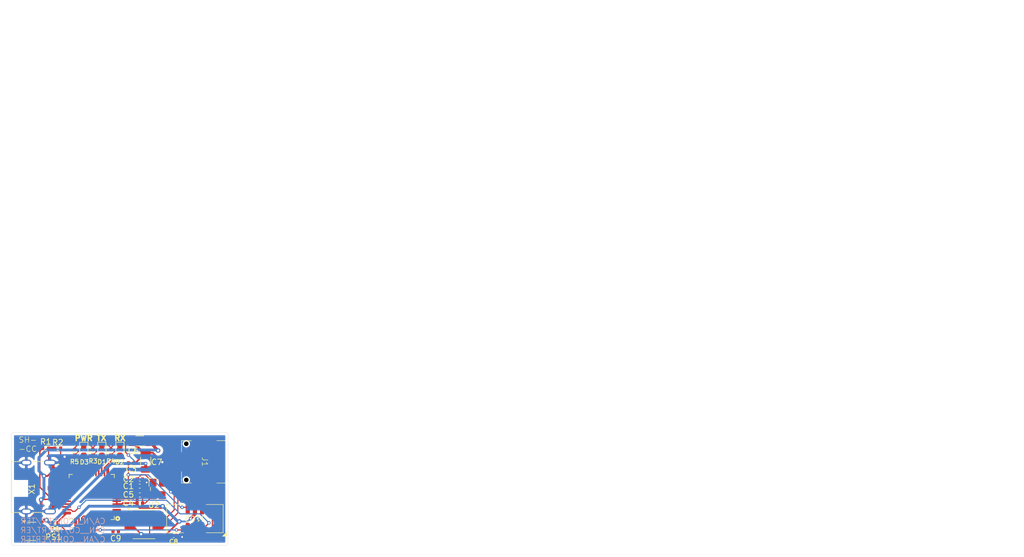
<source format=kicad_pcb>
(kicad_pcb (version 20241229) (generator "pcbnew") (generator_version "9.0")
  (title_block (title "${title}") (date "2022-03-07") (rev "R${release}") (company "${company}") (comment 1 "${release_state}") (comment 2 "${prefix}-P${type_number}-R${release}-B${pcb_variant}-C${pcb_ci}") (comment 3 "hardware/${prefix}-S${type_number}_${short_desciption}"))
  (layers (0 "F.Cu" signal) (2 "B.Cu" signal) (13 "F.Paste" user) (15 "B.Paste" user) (5 "F.SilkS" user "F.Silkscreen") (7 "B.SilkS" user "B.Silkscreen") (1 "F.Mask" user) (3 "B.Mask" user) (25 "Edge.Cuts" user))
  (net 0 "")
  (net 1 "+3V3")
  (net 2 "GND")
  (net 3 "+5V")
  (net 4 "/USB_N")
  (net 5 "/USB_P")
  (net 6 "Net-(D1-A)")
  (net 7 "Net-(D2-A)")
  (net 8 "Net-(D3-A)")
  (net 9 "Net-(X1-CC2)")
  (net 10 "Net-(X1-CC1)")
  (net 11 "/MCU/SWCLK")
  (net 12 "/MCU/SWDIO")
  (net 13 "/MCU/CAN2_TX")
  (net 14 "/CAN Transceiver/CAN1_TX")
  (net 15 "/CAN Transceiver/CAN1_RX")
  (net 16 "/MCU/CAN2_S")
  (net 17 "/MCU/CAN2_RX")
  (net 18 "/CAN Transceiver/CAN1_S")
  (net 21 "/MCU/SWO")
  (net 22 "/MCU/NRST")
  (net 23 "/MCU/LED_TX")
  (net 24 "/MCU/LED_RX")
  (net 25 "Net-(U1F-PF0{slash}OSC_IN)")
  (net 26 "Net-(U1F-PF1{slash}OSC_OUT)")
  (net 41 "/MCU/RX")
  (net 46 "/MCU/TX")
  (net 56 "/CAN Transceiver/CAN1_L")
  (net 57 "/CAN Transceiver/CAN1_H")
  (footprint "Resistor_SMD:R_0402_1005Metric" (layer "F.Cu") (at 109 122.8 180)
    (property "Reference" "R2" (at 0 1.05 180) (layer "F.SilkS"))
    (property "Value" "4K7")
    (fp_line (start -0.153641 0.38) (end 0.153641 0.38) (stroke (width 0.12)) (layer "F.SilkS"))
    (fp_line (start -0.153641 -0.38) (end 0.153641 -0.38) (stroke (width 0.12)) (layer "F.SilkS"))
    (pad "1" smd roundrect (at -0.51 0 180) (size 0.54 0.64) (layers "F.Cu" "F.Mask" "F.Paste") (net 10 "Net-(X1-CC1)"))
    (pad "2" smd roundrect (at 0.51 0 180) (size 0.54 0.64) (layers "F.Cu" "F.Mask" "F.Paste") (net 2 "GND"))
  )
  (footprint "Capacitor_SMD:C_0402_1005Metric" (layer "F.Cu") (at 123.5 128.261227 180)
    (property "Reference" "C2" (at 2 0.011227 180) (layer "F.SilkS"))
    (property "Value" "10p")
    (fp_line (start -0.107836 0.36) (end 0.107836 0.36) (stroke (width 0.12)) (layer "F.SilkS"))
    (fp_line (start -0.107836 -0.36) (end 0.107836 -0.36) (stroke (width 0.12)) (layer "F.SilkS"))
    (pad "1" smd roundrect (at -0.48 0 180) (size 0.56 0.62) (layers "F.Cu" "F.Mask" "F.Paste") (net 2 "GND"))
    (pad "2" smd roundrect (at 0.48 0 180) (size 0.56 0.62) (layers "F.Cu" "F.Mask" "F.Paste") (net 26 "Net-(U1F-PF1{slash}OSC_OUT)"))
  )
  (footprint "Capacitor_SMD:C_0402_1005Metric" (layer "F.Cu") (at 129.5 138.25)
    (property "Reference" "C8" (at 0 1.076835 180) (layer "F.SilkS") (effects (font (size 0.8 0.8))))
    (property "Value" "220n")
    (fp_line (start -0.107836 -0.36) (end 0.107836 -0.36) (stroke (width 0.12)) (layer "F.SilkS"))
    (fp_line (start -0.107836 0.36) (end 0.107836 0.36) (stroke (width 0.12)) (layer "F.SilkS"))
    (pad "1" smd roundrect (at -0.48 0) (size 0.56 0.62) (layers "F.Cu" "F.Mask" "F.Paste") (net 1 "+3V3"))
    (pad "2" smd roundrect (at 0.48 0) (size 0.56 0.62) (layers "F.Cu" "F.Mask" "F.Paste") (net 2 "GND"))
  )
  (footprint "Resistor_SMD:R_0402_1005Metric" (layer "F.Cu") (at 106.85 122.8)
    (property "Reference" "R1" (at 0 -1.17 0) (layer "F.SilkS"))
    (property "Value" "4K7")
    (fp_line (start -0.153641 -0.38) (end 0.153641 -0.38) (stroke (width 0.12)) (layer "F.SilkS"))
    (fp_line (start -0.153641 0.38) (end 0.153641 0.38) (stroke (width 0.12)) (layer "F.SilkS"))
    (pad "1" smd roundrect (at -0.51 0) (size 0.54 0.64) (layers "F.Cu" "F.Mask" "F.Paste") (net 9 "Net-(X1-CC2)"))
    (pad "2" smd roundrect (at 0.51 0) (size 0.54 0.64) (layers "F.Cu" "F.Mask" "F.Paste") (net 2 "GND"))
  )
  (footprint "Bluesat:IDC6" (layer "F.Cu") (at 133.27 135.25 180)
    (property "Reference" "J102" (at 0 0 180) (layer "F.SilkS") (effects (font (thickness 0.1))))
    (property "Value" "IDC6")
    (fp_line (start 5 2.5) (end 2 2.5) (stroke (width 0.1)) (layer "F.SilkS"))
    (fp_line (start 5 -2.5) (end 5 2.5) (stroke (width 0.1)) (layer "F.SilkS"))
    (fp_line (start 5 -2.5) (end 2 -2.5) (stroke (width 0.1)) (layer "F.SilkS"))
    (fp_line (start -5 2.5) (end -2 2.5) (stroke (width 0.1)) (layer "F.SilkS"))
    (fp_line (start -5 -2.5) (end -2 -2.5) (stroke (width 0.1)) (layer "F.SilkS"))
    (fp_line (start -5 -2.5) (end -5 2.5) (stroke (width 0.1)) (layer "F.SilkS"))
    (fp_poly (pts (xy -4.875 -3.125) (xy -5.625 -2.375) (xy -5.625 -3.125)) (stroke (width 0.1)) (fill yes) (layer "F.SilkS"))
    (pad "1" smd roundrect (at -1.27 -2 180) (size 0.74 2.5) (layers "F.Cu" "F.Mask" "F.Paste") (net 12 "/MCU/SWDIO"))
    (pad "2" smd roundrect (at -1.27 2 180) (size 0.74 2.5) (layers "F.Cu" "F.Mask" "F.Paste") (net 11 "/MCU/SWCLK"))
    (pad "3" smd roundrect (at 0 -2 180) (size 0.74 2.5) (layers "F.Cu" "F.Mask" "F.Paste") (net 2 "GND"))
    (pad "4" smd roundrect (at 0 2 180) (size 0.74 2.5) (layers "F.Cu" "F.Mask" "F.Paste") (net 1 "+3V3"))
    (pad "5" smd roundrect (at 1.27 -2 180) (size 0.74 2.5) (layers "F.Cu" "F.Mask" "F.Paste") (net 21 "/MCU/SWO"))
    (pad "6" smd roundrect (at 1.27 2 180) (size 0.74 2.5) (layers "F.Cu" "F.Mask" "F.Paste") (net 22 "/MCU/NRST"))
  )
  (footprint "Package_TO_SOT_SMD:SOT-23-5_HandSoldering" (layer "F.Cu") (at 104.25 137.5)
    (property "Reference" "PS1" (at 4 1 0) (layer "F.SilkS"))
    (property "Value" "RT9013-33GB")
    (fp_line (start -0.9 1.61) (end 0.9 1.61) (stroke (width 0.12)) (layer "F.SilkS"))
    (fp_line (start 0.1 -1.61) (end -0.7 -1.61) (stroke (width 0.12)) (layer "F.SilkS"))
    (fp_line (start 0.1 -1.61) (end 0.9 -1.61) (stroke (width 0.12)) (layer "F.SilkS"))
    (fp_poly (pts (xy -1.2 -1.56) (xy -1.44 -1.89) (xy -0.96 -1.89) (xy -1.2 -1.56)) (stroke (width 0.12)) (fill yes) (layer "F.SilkS"))
    (pad "1" smd roundrect (at -1.35 -0.95) (size 1.56 0.65) (layers "F.Cu" "F.Mask" "F.Paste") (net 3 "+5V"))
    (pad "2" smd roundrect (at -1.35 0) (size 1.56 0.65) (layers "F.Cu" "F.Mask" "F.Paste") (net 2 "GND"))
    (pad "3" smd roundrect (at -1.35 0.95) (size 1.56 0.65) (layers "F.Cu" "F.Mask" "F.Paste") (net 3 "+5V"))
    (pad "4" smd roundrect (at 1.35 0.95) (size 1.56 0.65) (layers "F.Cu" "F.Mask" "F.Paste"))
    (pad "5" smd roundrect (at 1.35 -0.95) (size 1.56 0.65) (layers "F.Cu" "F.Mask" "F.Paste") (net 1 "+3V3"))
  )
  (footprint "Capacitor_SMD:C_0402_1005Metric" (layer "F.Cu") (at 123.52 132.5)
    (property "Reference" "C4" (at -2.02 0 0) (layer "F.SilkS"))
    (property "Value" "220n")
    (fp_line (start -0.107836 -0.36) (end 0.107836 -0.36) (stroke (width 0.12)) (layer "F.SilkS"))
    (fp_line (start -0.107836 0.36) (end 0.107836 0.36) (stroke (width 0.12)) (layer "F.SilkS"))
    (pad "1" smd roundrect (at -0.48 0) (size 0.56 0.62) (layers "F.Cu" "F.Mask" "F.Paste") (net 1 "+3V3"))
    (pad "2" smd roundrect (at 0.48 0) (size 0.56 0.62) (layers "F.Cu" "F.Mask" "F.Paste") (net 2 "GND"))
  )
  (footprint "LED_SMD:LED_0603_1608Metric" (layer "F.Cu") (at 116.8 123.2125 -90)
    (property "Reference" "D1" (at 2.001891 0 0) (layer "F.SilkS") (effects (font (size 0.8 0.8))))
    (property "Value" "XL-1608UGC-04" (hide yes))
    (fp_line (start -1.485 0.735) (end 0.8 0.735) (stroke (width 0.12)) (layer "F.SilkS"))
    (fp_line (start -1.485 -0.735) (end -1.485 0.735) (stroke (width 0.12)) (layer "F.SilkS"))
    (fp_line (start 0.8 -0.735) (end -1.485 -0.735) (stroke (width 0.12)) (layer "F.SilkS"))
    (pad "1" smd roundrect (at -0.7875 0 270) (size 0.875 0.95) (layers "F.Cu" "F.Mask" "F.Paste") (net 6 "Net-(D1-A)"))
    (pad "2" smd roundrect (at 0.7875 0 270) (size 0.875 0.95) (layers "F.Cu" "F.Mask" "F.Paste") (net 23 "/MCU/LED_TX"))
  )
  (footprint "Bluesat:SM02B-PASS" (layer "F.Cu") (at 139.146435 125.2 -90)
    (property "Reference" "J1" (at 0 4.125 270) (layer "F.SilkS") (effects (font (thickness 0.1))))
    (property "Value" "SM02B-PASS")
    (fp_line (start -3.75 8.25) (end -1.75 8.25) (stroke (width 0.1)) (layer "F.SilkS"))
    (fp_line (start 3.75 8.25) (end 1.75 8.25) (stroke (width 0.1)) (layer "F.SilkS"))
    (fp_line (start -3.75 6.5) (end -3.75 8.25) (stroke (width 0.1)) (layer "F.SilkS"))
    (fp_line (start 3.75 6.5) (end 3.75 8.25) (stroke (width 0.1)) (layer "F.SilkS"))
    (fp_line (start -3.75 0.5) (end -3.75 2) (stroke (width 0.1)) (layer "F.SilkS"))
    (fp_line (start 3.75 0.5) (end 3.75 2) (stroke (width 0.1)) (layer "F.SilkS"))
    (pad "" smd rect (at -3.2 4.2 270) (size 1.8 3.8) (layers "F.Cu" "F.Mask" "F.Paste"))
    (pad "" np_thru_hole circle (at -3.2 7.4 270) (size 0.8 0.8) (drill 0.8) (layers "*.Mask"))
    (pad "" smd rect (at 3.2 4.2 270) (size 1.8 3.8) (layers "F.Cu" "F.Mask" "F.Paste"))
    (pad "" np_thru_hole circle (at 3.2 7.4 270) (size 0.8 0.8) (drill 0.8) (layers "*.Mask"))
    (pad "1" smd roundrect (at 1 8.6 270) (size 1 2.7) (layers "F.Cu" "F.Mask" "F.Paste") (net 56 "/CAN Transceiver/CAN1_L"))
    (pad "2" smd roundrect (at -1 8.6 270) (size 1 2.7) (layers "F.Cu" "F.Mask" "F.Paste") (net 57 "/CAN Transceiver/CAN1_H"))
  )
  (footprint "Resistor_SMD:R_0402_1005Metric" (layer "F.Cu") (at 108.5 136 180)
    (property "Reference" "R6" (at 0.011009 -1.075731 180) (layer "F.SilkS") (effects (font (size 0.8 0.8))))
    (property "Value" "10K")
    (fp_line (start -0.153641 0.38) (end 0.153641 0.38) (stroke (width 0.12)) (layer "F.SilkS"))
    (fp_line (start -0.153641 -0.38) (end 0.153641 -0.38) (stroke (width 0.12)) (layer "F.SilkS"))
    (pad "1" smd roundrect (at -0.51 0 180) (size 0.54 0.64) (layers "F.Cu" "F.Mask" "F.Paste") (net 11 "/MCU/SWCLK"))
    (pad "2" smd roundrect (at 0.51 0 180) (size 0.54 0.64) (layers "F.Cu" "F.Mask" "F.Paste") (net 2 "GND"))
  )
  (footprint "Capacitor_SMD:C_1206_3216Metric" (layer "F.Cu") (at 123.5 121.5 180)
    (property "Reference" "C6" (at 1.126307 -1.779985 180) (layer "F.SilkS"))
    (property "Value" "10u")
    (fp_line (start -0.711252 0.91) (end 0.711252 0.91) (stroke (width 0.12)) (layer "F.SilkS"))
    (fp_line (start -0.711252 -0.91) (end 0.711252 -0.91) (stroke (width 0.12)) (layer "F.SilkS"))
    (pad "1" smd roundrect (at -1.475 0 180) (size 1.15 1.8) (layers "F.Cu" "F.Mask" "F.Paste") (roundrect_rratio 0.217391) (net 3 "+5V"))
    (pad "2" smd roundrect (at 1.475 0 180) (size 1.15 1.8) (layers "F.Cu" "F.Mask" "F.Paste") (roundrect_rratio 0.217391) (net 2 "GND"))
  )
  (footprint "Capacitor_SMD:C_0402_1005Metric" (layer "F.Cu") (at 123.5 129.5 180)
    (property "Reference" "C1" (at 2 0 180) (layer "F.SilkS"))
    (property "Value" "10p")
    (fp_line (start -0.107836 0.36) (end 0.107836 0.36) (stroke (width 0.12)) (layer "F.SilkS"))
    (fp_line (start -0.107836 -0.36) (end 0.107836 -0.36) (stroke (width 0.12)) (layer "F.SilkS"))
    (pad "1" smd roundrect (at -0.48 0 180) (size 0.56 0.62) (layers "F.Cu" "F.Mask" "F.Paste") (net 2 "GND"))
    (pad "2" smd roundrect (at 0.48 0 180) (size 0.56 0.62) (layers "F.Cu" "F.Mask" "F.Paste") (net 25 "Net-(U1F-PF0{slash}OSC_IN)"))
  )
  (footprint "QFP:LQFP-48_7mmx7mm_Pitch0.5mm" (layer "F.Cu") (at 115 131.425 90)
    (property "Reference" "U1" (hide yes))
    (property "Value" "STM32G0B1CBT" (hide yes))
    (fp_line (start 4 -4) (end 3.4 -4) (stroke (width 0.12)) (layer "F.SilkS"))
    (fp_line (start -3.4 -4) (end -4 -4) (stroke (width 0.12)) (layer "F.SilkS"))
    (fp_line (start -4 -4) (end -4 -3.4) (stroke (width 0.12)) (layer "F.SilkS"))
    (fp_line (start 4 -3.4) (end 4 -4) (stroke (width 0.12)) (layer "F.SilkS"))
    (fp_line (start -4 3.4) (end -4 4) (stroke (width 0.12)) (layer "F.SilkS"))
    (fp_line (start 4 4) (end 4 3.4) (stroke (width 0.12)) (layer "F.SilkS"))
    (fp_line (start 3.4 4) (end 4 4) (stroke (width 0.12)) (layer "F.SilkS"))
    (fp_line (start -4 4) (end -3.4 4) (stroke (width 0.12)) (layer "F.SilkS"))
    (fp_circle (center -3.8 4.6) (end -3.7 4.7) (stroke (width 0.3)) (fill no) (layer "F.SilkS"))
    (pad "1" smd roundrect (at -2.84 4.425 180) (size 1.5 0.5) (layers "F.Cu" "F.Mask"))
    (pad "2" smd roundrect (at -2.25 4.425 180) (size 1.5 0.28) (layers "F.Cu" "F.Mask"))
    (pad "3" smd roundrect (at -1.75 4.425 180) (size 1.5 0.28) (layers "F.Cu" "F.Mask"))
    (pad "4" smd roundrect (at -1.25 4.425 180) (size 1.5 0.28) (layers "F.Cu" "F.Mask") (net 1 "+3V3"))
    (pad "5" smd roundrect (at -0.75 4.425 180) (size 1.5 0.28) (layers "F.Cu" "F.Mask") (net 1 "+3V3"))
    (pad "6" smd roundrect (at -0.25 4.425 180) (size 1.5 0.28) (layers "F.Cu" "F.Mask") (net 1 "+3V3"))
    (pad "7" smd roundrect (at 0.25 4.425 180) (size 1.5 0.28) (layers "F.Cu" "F.Mask") (net 2 "GND"))
    (pad "8" smd roundrect (at 0.75 4.425 180) (size 1.5 0.28) (layers "F.Cu" "F.Mask") (net 25 "Net-(U1F-PF0{slash}OSC_IN)"))
    (pad "9" smd roundrect (at 1.25 4.425 180) (size 1.5 0.28) (layers "F.Cu" "F.Mask") (net 26 "Net-(U1F-PF1{slash}OSC_OUT)"))
    (pad "10" smd roundrect (at 1.75 4.425 180) (size 1.5 0.28) (layers "F.Cu" "F.Mask") (net 22 "/MCU/NRST"))
    (pad "11" smd roundrect (at 2.25 4.425 180) (size 1.5 0.28) (layers "F.Cu" "F.Mask"))
    (pad "12" smd roundrect (at 2.84 4.425 180) (size 1.5 0.5) (layers "F.Cu" "F.Mask"))
    (pad "13" smd roundrect (at 4.425 2.84 270) (size 1.5 0.5) (layers "F.Cu" "F.Mask"))
    (pad "14" smd roundrect (at 4.425 2.25 270) (size 1.5 0.28) (layers "F.Cu" "F.Mask") (net 24 "/MCU/LED_RX"))
    (pad "15" smd roundrect (at 4.425 1.75 270) (size 1.5 0.28) (layers "F.Cu" "F.Mask") (net 23 "/MCU/LED_TX"))
    (pad "16" smd roundrect (at 4.425 1.25 270) (size 1.5 0.28) (layers "F.Cu" "F.Mask"))
    (pad "17" smd roundrect (at 4.425 0.75 270) (size 1.5 0.28) (layers "F.Cu" "F.Mask"))
    (pad "18" smd roundrect (at 4.425 0.25 270) (size 1.5 0.28) (layers "F.Cu" "F.Mask"))
    (pad "19" smd roundrect (at 4.425 -0.25 270) (size 1.5 0.28) (layers "F.Cu" "F.Mask") (net 17 "/MCU/CAN2_RX"))
    (pad "20" smd roundrect (at 4.425 -0.75 270) (size 1.5 0.28) (layers "F.Cu" "F.Mask") (net 13 "/MCU/CAN2_TX"))
    (pad "21" smd roundrect (at 4.425 -1.25 270) (size 1.5 0.28) (layers "F.Cu" "F.Mask") (net 16 "/MCU/CAN2_S"))
    (pad "22" smd roundrect (at 4.425 -1.75 270) (size 1.5 0.28) (layers "F.Cu" "F.Mask"))
    (pad "23" smd roundrect (at 4.425 -2.25 270) (size 1.5 0.28) (layers "F.Cu" "F.Mask"))
    (pad "24" smd roundrect (at 4.425 -2.84 270) (size 1.5 0.5) (layers "F.Cu" "F.Mask"))
    (pad "25" smd roundrect (at 2.84 -4.425) (size 1.5 0.5) (layers "F.Cu" "F.Mask"))
    (pad "26" smd roundrect (at 2.25 -4.425) (size 1.5 0.28) (layers "F.Cu" "F.Mask"))
    (pad "27" smd roundrect (at 1.75 -4.425) (size 1.5 0.28) (layers "F.Cu" "F.Mask"))
    (pad "28" smd roundrect (at 1.25 -4.425) (size 1.5 0.28) (layers "F.Cu" "F.Mask"))
    (pad "29" smd roundrect (at 0.75 -4.425) (size 1.5 0.28) (layers "F.Cu" "F.Mask") (net 46 "/MCU/TX"))
    (pad "30" smd roundrect (at 0.25 -4.425) (size 1.5 0.28) (layers "F.Cu" "F.Mask"))
    (pad "31" smd roundrect (at -0.25 -4.425) (size 1.5 0.28) (layers "F.Cu" "F.Mask"))
    (pad "32" smd roundrect (at -0.75 -4.425) (size 1.5 0.28) (layers "F.Cu" "F.Mask") (net 41 "/MCU/RX"))
    (pad "33" smd roundrect (at -1.25 -4.425) (size 1.5 0.28) (layers "F.Cu" "F.Mask") (net 4 "/USB_N"))
    (pad "34" smd roundrect (at -1.75 -4.425) (size 1.5 0.28) (layers "F.Cu" "F.Mask") (net 5 "/USB_P"))
    (pad "35" smd roundrect (at -2.25 -4.425) (size 1.5 0.28) (layers "F.Cu" "F.Mask") (net 12 "/MCU/SWDIO"))
    (pad "36" smd roundrect (at -2.84 -4.425) (size 1.5 0.5) (layers "F.Cu" "F.Mask") (net 11 "/MCU/SWCLK"))
    (pad "37" smd roundrect (at -4.425 -2.84 90) (size 1.5 0.5) (layers "F.Cu" "F.Mask") (net 18 "/CAN Transceiver/CAN1_S"))
    (pad "38" smd roundrect (at -4.425 -2.25 90) (size 1.5 0.28) (layers "F.Cu" "F.Mask") (net 15 "/CAN Transceiver/CAN1_RX"))
    (pad "39" smd roundrect (at -4.425 -1.75 90) (size 1.5 0.28) (layers "F.Cu" "F.Mask") (net 14 "/CAN Transceiver/CAN1_TX"))
    (pad "40" smd roundrect (at -4.425 -1.25 90) (size 1.5 0.28) (layers "F.Cu" "F.Mask"))
    (pad "41" smd roundrect (at -4.425 -0.75 90) (size 1.5 0.28) (layers "F.Cu" "F.Mask"))
    (pad "42" smd roundrect (at -4.425 -0.25 90) (size 1.5 0.28) (layers "F.Cu" "F.Mask") (net 21 "/MCU/SWO"))
    (pad "43" smd roundrect (at -4.425 0.25 90) (size 1.5 0.28) (layers "F.Cu" "F.Mask"))
    (pad "44" smd roundrect (at -4.425 0.75 90) (size 1.5 0.28) (layers "F.Cu" "F.Mask"))
    (pad "45" smd roundrect (at -4.425 1.25 90) (size 1.5 0.28) (layers "F.Cu" "F.Mask"))
    (pad "46" smd roundrect (at -4.425 1.75 90) (size 1.5 0.28) (layers "F.Cu" "F.Mask"))
    (pad "47" smd roundrect (at -4.425 2.25 90) (size 1.5 0.28) (layers "F.Cu" "F.Mask"))
    (pad "48" smd roundrect (at -4.425 2.84 90) (size 1.5 0.5) (layers "F.Cu" "F.Mask"))
  )
  (footprint "Capacitor_SMD:C_0402_1005Metric" (layer "F.Cu") (at 123.52 131.05)
    (property "Reference" "C5" (at -2.02 -0.05 0) (layer "F.SilkS"))
    (property "Value" "220n")
    (fp_line (start -0.107836 -0.36) (end 0.107836 -0.36) (stroke (width 0.12)) (layer "F.SilkS"))
    (fp_line (start -0.107836 0.36) (end 0.107836 0.36) (stroke (width 0.12)) (layer "F.SilkS"))
    (pad "1" smd roundrect (at -0.48 0) (size 0.56 0.62) (layers "F.Cu" "F.Mask" "F.Paste") (net 1 "+3V3"))
    (pad "2" smd roundrect (at 0.48 0) (size 0.56 0.62) (layers "F.Cu" "F.Mask" "F.Paste") (net 2 "GND"))
  )
  (footprint "Socket_GCT:USB4105_pasteInHole" (layer "F.Cu") (at 107.105 129.65 -90)
    (property "Reference" "X1" (at 0.35 2.705 90) (layer "F.SilkS"))
    (property "Value" "629722000214_pasteInHole" (hide yes))
    (fp_line (start -4.5 6.3) (end -4.5 4.8) (stroke (width 0.12)) (layer "F.SilkS"))
    (fp_line (start 4.5 6.3) (end -4.5 6.3) (stroke (width 0.12)) (layer "F.SilkS"))
    (fp_line (start 4.5 4.8) (end 4.5 6.3) (stroke (width 0.12)) (layer "F.SilkS"))
    (fp_line (start -4.5 2.6) (end -4.5 0.7) (stroke (width 0.12)) (layer "F.SilkS"))
    (fp_line (start 4.5 0.7) (end 4.5 2.6) (stroke (width 0.12)) (layer "F.SilkS"))
    (fp_circle (center -4 -2) (end -3.9 -2) (stroke (width 0.12)) (fill no) (layer "F.SilkS"))
    (pad "" np_thru_hole circle (at -2.89 0 270) (size 0.65 0.65) (drill 0.65) (layers "*.Cu" "*.Mask"))
    (pad "" np_thru_hole circle (at 2.89 0 270) (size 0.65 0.65) (drill 0.65) (layers "*.Cu" "*.Mask"))
    (pad "A1" smd roundrect (at -3.2 -1.075 270) (size 0.6 1.15) (layers "F.Cu" "F.Mask" "F.Paste") (net 2 "GND"))
    (pad "A4" smd roundrect (at -2.4 -1.075 270) (size 0.6 1.15) (layers "F.Cu" "F.Mask" "F.Paste") (net 3 "+5V"))
    (pad "A5" smd roundrect (at -1.25 -1.075 270) (size 0.3 1.15) (layers "F.Cu" "F.Mask" "F.Paste") (net 10 "Net-(X1-CC1)"))
    (pad "A6" smd roundrect (at -0.25 -1.075 270) (size 0.3 1.15) (layers "F.Cu" "F.Mask" "F.Paste") (net 5 "/USB_P"))
    (pad "A7" smd roundrect (at 0.25 -1.075 270) (size 0.3 1.15) (layers "F.Cu" "F.Mask" "F.Paste") (net 4 "/USB_N"))
    (pad "A8" smd roundrect (at 1.25 -1.075 270) (size 0.3 1.15) (layers "F.Cu" "F.Mask" "F.Paste"))
    (pad "B1" smd roundrect (at 3.2 -1.075 270) (size 0.6 1.15) (layers "F.Cu" "F.Mask" "F.Paste") (net 2 "GND"))
    (pad "B4" smd roundrect (at 2.4 -1.075 270) (size 0.6 1.15) (layers "F.Cu" "F.Mask" "F.Paste") (net 3 "+5V"))
    (pad "B5" smd roundrect (at 1.75 -1.075 270) (size 0.3 1.15) (layers "F.Cu" "F.Mask" "F.Paste") (net 9 "Net-(X1-CC2)"))
    (pad "B6" smd roundrect (at 0.75 -1.075 270) (size 0.3 1.15) (layers "F.Cu" "F.Mask" "F.Paste") (net 5 "/USB_P"))
    (pad "B7" smd roundrect (at -0.75 -1.075 270) (size 0.3 1.15) (layers "F.Cu" "F.Mask" "F.Paste") (net 4 "/USB_N"))
    (pad "B8" smd roundrect (at -1.75 -1.075 270) (size 0.3 1.15) (layers "F.Cu" "F.Mask" "F.Paste"))
    (pad "SH" thru_hole oval (at -4.32 -0.5 270) (size 1 2.1) (drill oval 0.6 1.7) (layers "*.Cu" "*.Mask") (net 2 "GND"))
    (pad "SH" thru_hole oval (at -4.32 3.68 270) (size 1 1.8) (drill oval 0.6 1.4) (layers "*.Cu" "*.Mask") (net 2 "GND"))
    (pad "SH" thru_hole oval (at 4.32 -0.5 270) (size 1 2.1) (drill oval 0.6 1.7) (layers "*.Cu" "*.Mask") (net 2 "GND"))
    (pad "SH" thru_hole oval (at 4.32 3.68 270) (size 1 1.8) (drill oval 0.6 1.4) (layers "*.Cu" "*.Mask") (net 2 "GND"))
  )
  (footprint "Capacitor_SMD:C_0402_1005Metric" (layer "F.Cu") (at 121.98 125.4)
    (property "Reference" "C3" (at 0 1.1 180) (layer "F.SilkS"))
    (property "Value" "100n")
    (fp_line (start -0.107836 -0.36) (end 0.107836 -0.36) (stroke (width 0.12)) (layer "F.SilkS"))
    (fp_line (start -0.107836 0.36) (end 0.107836 0.36) (stroke (width 0.12)) (layer "F.SilkS"))
    (pad "1" smd roundrect (at -0.48 0) (size 0.56 0.62) (layers "F.Cu" "F.Mask" "F.Paste") (net 22 "/MCU/NRST"))
    (pad "2" smd roundrect (at 0.48 0) (size 0.56 0.62) (layers "F.Cu" "F.Mask" "F.Paste") (net 2 "GND"))
  )
  (footprint "crystal:Crystal_4Pin_SMD_3.2mmx2.5mm" (layer "F.Cu") (at 126.691015 129.999 -90)
    (property "Reference" "Y1" (hide yes))
    (property "Value" "830108313809" (hide yes))
    (fp_line (start -1.95 1.55) (end -0.45 1.55) (stroke (width 0.12)) (layer "F.SilkS"))
    (fp_line (start -1.95 1.55) (end -1.95 0.3) (stroke (width 0.12)) (layer "F.SilkS"))
    (fp_line (start -0.3 1.3) (end 0.3 1.3) (stroke (width 0.12)) (layer "F.SilkS"))
    (fp_line (start -1.7 0.1) (end -1.7 -0.1) (stroke (width 0.12)) (layer "F.SilkS"))
    (fp_line (start 1.7 0.1) (end 1.7 -0.1) (stroke (width 0.12)) (layer "F.SilkS"))
    (fp_line (start -0.3 -1.3) (end 0.3 -1.3) (stroke (width 0.12)) (layer "F.SilkS"))
    (pad "1" smd roundrect (at -1.1 0.8 270) (size 1.4 1.15) (layers "F.Cu" "F.Mask" "F.Paste") (roundrect_rratio 0.1) (net 26 "Net-(U1F-PF1{slash}OSC_OUT)"))
    (pad "2" smd roundrect (at 1.1 0.8 270) (size 1.4 1.15) (layers "F.Cu" "F.Mask" "F.Paste") (roundrect_rratio 0.1) (net 2 "GND"))
    (pad "3" smd roundrect (at 1.1 -0.8 270) (size 1.4 1.15) (layers "F.Cu" "F.Mask" "F.Paste") (roundrect_rratio 0.1) (net 25 "Net-(U1F-PF0{slash}OSC_IN)"))
    (pad "4" smd roundrect (at -1.1 -0.8 270) (size 1.4 1.15) (layers "F.Cu" "F.Mask" "F.Paste") (roundrect_rratio 0.1) (net 2 "GND"))
  )
  (footprint "Resistor_SMD:R_0402_1005Metric" (layer "F.Cu") (at 115.2 123.49 -90)
    (property "Reference" "R3" (at 1.57952 -0.043163 0) (layer "F.SilkS") (effects (font (size 0.8 0.8))))
    (property "Value" "1K")
    (fp_line (start -0.153641 0.38) (end 0.153641 0.38) (stroke (width 0.12)) (layer "F.SilkS"))
    (fp_line (start -0.153641 -0.38) (end 0.153641 -0.38) (stroke (width 0.12)) (layer "F.SilkS"))
    (pad "1" smd roundrect (at -0.51 0 270) (size 0.54 0.64) (layers "F.Cu" "F.Mask" "F.Paste") (net 1 "+3V3"))
    (pad "2" smd roundrect (at 0.51 0 270) (size 0.54 0.64) (layers "F.Cu" "F.Mask" "F.Paste") (net 6 "Net-(D1-A)"))
  )
  (footprint "Capacitor_SMD:C_1206_3216Metric" (layer "F.Cu") (at 124.55 125.0625 90)
    (property "Reference" "C7" (at -0.1875 1.95 180) (layer "F.SilkS"))
    (property "Value" "10u")
    (fp_line (start -0.711252 -0.91) (end 0.711252 -0.91) (stroke (width 0.12)) (layer "F.SilkS"))
    (fp_line (start -0.711252 0.91) (end 0.711252 0.91) (stroke (width 0.12)) (layer "F.SilkS"))
    (pad "1" smd roundrect (at -1.475 0 90) (size 1.15 1.8) (layers "F.Cu" "F.Mask" "F.Paste") (roundrect_rratio 0.217391) (net 1 "+3V3"))
    (pad "2" smd roundrect (at 1.475 0 90) (size 1.15 1.8) (layers "F.Cu" "F.Mask" "F.Paste") (roundrect_rratio 0.217391) (net 2 "GND"))
  )
  (footprint "Package_SO:SOIC-8_3.9x4.9mm_P1.27mm" (layer "F.Cu") (at 124.25 136.25)
    (property "Reference" "U2" (at 1.75 -3.4 0) (layer "F.SilkS"))
    (property "Value" "TCAN1462V")
    (fp_line (start 0 -2.56) (end -1.95 -2.56) (stroke (width 0.12)) (layer "F.SilkS"))
    (fp_line (start 0 -2.56) (end 1.95 -2.56) (stroke (width 0.12)) (layer "F.SilkS"))
    (fp_line (start 0 2.56) (end -1.95 2.56) (stroke (width 0.12)) (layer "F.SilkS"))
    (fp_line (start 0 2.56) (end 1.95 2.56) (stroke (width 0.12)) (layer "F.SilkS"))
    (fp_poly (pts (xy -2.7 -2.465) (xy -2.94 -2.795) (xy -2.46 -2.795)) (stroke (width 0.12)) (fill yes) (layer "F.SilkS"))
    (pad "1" smd roundrect (at -2.475 -1.905) (size 1.95 0.6) (layers "F.Cu" "F.Mask" "F.Paste") (net 14 "/CAN Transceiver/CAN1_TX"))
    (pad "2" smd roundrect (at -2.475 -0.635) (size 1.95 0.6) (layers "F.Cu" "F.Mask" "F.Paste") (net 2 "GND"))
    (pad "3" smd roundrect (at -2.475 0.635) (size 1.95 0.6) (layers "F.Cu" "F.Mask" "F.Paste") (net 3 "+5V"))
    (pad "4" smd roundrect (at -2.475 1.905) (size 1.95 0.6) (layers "F.Cu" "F.Mask" "F.Paste") (net 15 "/CAN Transceiver/CAN1_RX"))
    (pad "5" smd roundrect (at 2.475 1.905) (size 1.95 0.6) (layers "F.Cu" "F.Mask" "F.Paste") (net 1 "+3V3"))
    (pad "6" smd roundrect (at 2.475 0.635) (size 1.95 0.6) (layers "F.Cu" "F.Mask" "F.Paste") (net 56 "/CAN Transceiver/CAN1_L"))
    (pad "7" smd roundrect (at 2.475 -0.635) (size 1.95 0.6) (layers "F.Cu" "F.Mask" "F.Paste") (net 57 "/CAN Transceiver/CAN1_H"))
    (pad "8" smd roundrect (at 2.475 -1.905) (size 1.95 0.6) (layers "F.Cu" "F.Mask" "F.Paste") (net 18 "/CAN Transceiver/CAN1_S"))
  )
  (footprint "Capacitor_SMD:C_0402_1005Metric" (layer "F.Cu") (at 119.25 137.5 180)
    (property "Reference" "C9" (at 0 -1.25 180) (layer "F.SilkS"))
    (property "Value" "220n")
    (fp_line (start -0.107836 0.36) (end 0.107836 0.36) (stroke (width 0.12)) (layer "F.SilkS"))
    (fp_line (start -0.107836 -0.36) (end 0.107836 -0.36) (stroke (width 0.12)) (layer "F.SilkS"))
    (pad "1" smd roundrect (at -0.48 0 180) (size 0.56 0.62) (layers "F.Cu" "F.Mask" "F.Paste") (net 3 "+5V"))
    (pad "2" smd roundrect (at 0.48 0 180) (size 0.56 0.62) (layers "F.Cu" "F.Mask" "F.Paste") (net 2 "GND"))
  )
  (footprint "LED_SMD:LED_0603_1608Metric" (layer "F.Cu") (at 120 123.2125 -90)
    (property "Reference" "D2" (at 2.019329 0.027743 0) (layer "F.SilkS") (effects (font (size 0.8 0.8))))
    (property "Value" "XL-1608UGC-04" (hide yes))
    (fp_line (start -1.485 0.735) (end 0.8 0.735) (stroke (width 0.12)) (layer "F.SilkS"))
    (fp_line (start -1.485 -0.735) (end -1.485 0.735) (stroke (width 0.12)) (layer "F.SilkS"))
    (fp_line (start 0.8 -0.735) (end -1.485 -0.735) (stroke (width 0.12)) (layer "F.SilkS"))
    (pad "1" smd roundrect (at -0.7875 0 270) (size 0.875 0.95) (layers "F.Cu" "F.Mask" "F.Paste") (net 7 "Net-(D2-A)"))
    (pad "2" smd roundrect (at 0.7875 0 270) (size 0.875 0.95) (layers "F.Cu" "F.Mask" "F.Paste") (net 24 "/MCU/LED_RX"))
  )
  (footprint "Resistor_SMD:R_0402_1005Metric" (layer "F.Cu") (at 112 123.49 -90)
    (property "Reference" "R5" (at 1.693539 0.041247 0) (layer "F.SilkS") (effects (font (size 0.8 0.8))))
    (property "Value" "1K")
    (fp_line (start -0.153641 0.38) (end 0.153641 0.38) (stroke (width 0.12)) (layer "F.SilkS"))
    (fp_line (start -0.153641 -0.38) (end 0.153641 -0.38) (stroke (width 0.12)) (layer "F.SilkS"))
    (pad "1" smd roundrect (at -0.51 0 270) (size 0.54 0.64) (layers "F.Cu" "F.Mask" "F.Paste") (net 1 "+3V3"))
    (pad "2" smd roundrect (at 0.51 0 270) (size 0.54 0.64) (layers "F.Cu" "F.Mask" "F.Paste") (net 8 "Net-(D3-A)"))
  )
  (footprint "Resistor_SMD:R_0402_1005Metric" (layer "F.Cu") (at 118.4 123.49 -90)
    (property "Reference" "R4" (at 1.606181 0.012099 0) (layer "F.SilkS") (effects (font (size 0.8 0.8))))
    (property "Value" "1K")
    (fp_line (start -0.153641 0.38) (end 0.153641 0.38) (stroke (width 0.12)) (layer "F.SilkS"))
    (fp_line (start -0.153641 -0.38) (end 0.153641 -0.38) (stroke (width 0.12)) (layer "F.SilkS"))
    (pad "1" smd roundrect (at -0.51 0 270) (size 0.54 0.64) (layers "F.Cu" "F.Mask" "F.Paste") (net 1 "+3V3"))
    (pad "2" smd roundrect (at 0.51 0 270) (size 0.54 0.64) (layers "F.Cu" "F.Mask" "F.Paste") (net 7 "Net-(D2-A)"))
  )
  (footprint "LED_SMD:LED_0603_1608Metric" (layer "F.Cu") (at 113.6 123.2125 -90)
    (property "Reference" "D3" (at 2.034084 -0.081777 0) (layer "F.SilkS") (effects (font (size 0.8 0.8))))
    (property "Value" "XL-1608SURC-06" (hide yes))
    (fp_line (start -1.485 0.735) (end 0.8 0.735) (stroke (width 0.12)) (layer "F.SilkS"))
    (fp_line (start -1.485 -0.735) (end -1.485 0.735) (stroke (width 0.12)) (layer "F.SilkS"))
    (fp_line (start 0.8 -0.735) (end -1.485 -0.735) (stroke (width 0.12)) (layer "F.SilkS"))
    (pad "1" smd roundrect (at -0.7875 0 270) (size 0.875 0.95) (layers "F.Cu" "F.Mask" "F.Paste") (net 8 "Net-(D3-A)"))
    (pad "2" smd roundrect (at 0.7875 0 270) (size 0.875 0.95) (layers "F.Cu" "F.Mask" "F.Paste") (net 2 "GND"))
  )
  (gr_arc (start 139.146447 139.5) (mid 139 139.853553) (end 138.646447 140) (stroke (width 0.05)) (layer "Edge.Cuts"))
  (gr_line (start 100.75 139.5) (end 100.75 120.5) (stroke (width 0.05)) (layer "Edge.Cuts"))
  (gr_line (start 101.25 120) (end 138.6464 120) (stroke (width 0.05)) (layer "Edge.Cuts"))
  (gr_arc (start 101.25 140) (mid 100.896477 139.853537) (end 100.75 139.5) (stroke (width 0.05)) (layer "Edge.Cuts"))
  (gr_arc (start 138.646447 120) (mid 139 120.146447) (end 139.146447 120.5) (stroke (width 0.05)) (layer "Edge.Cuts"))
  (gr_line (start 138.639545 140) (end 101.25 140) (stroke (width 0.05)) (layer "Edge.Cuts"))
  (gr_line (start 139.146447 120.5) (end 139.146447 139.5) (stroke (width 0.05)) (layer "Edge.Cuts"))
  (gr_arc (start 100.75 120.5) (mid 100.896444 120.14643) (end 101.25 120) (stroke (width 0.05)) (layer "Edge.Cuts"))
  (gr_text "RX" (at 120 121 0) (layer "F.SilkS") (effects (font (size 1 1) (thickness 0.25))))
  (gr_text "PWR" (at 113.584507 121 0) (layer "F.SilkS") (effects (font (size 1 1) (thickness 0.25))))
  (gr_text "TX" (at 116.71801 121 0) (layer "F.SilkS") (effects (font (size 1 1) (thickness 0.25))))
  (gr_text "SH-\n-CC" (at 102 123.5 0) (layer "F.SilkS") (effects (font (size 1 1) (thickness 0.1)) (justify left bottom)))
  (gr_text "CA/N__CONVER/TER\nCAN__CO/NVERT/ER\nC/AN__CONV/ERTER" (at 117.5 139.5 0) (layer "B.SilkS") (effects (font (size 1 1) (thickness 0.1)) (justify left bottom mirror)))
  (segment (start 112 122.710001) (end 113.023501 121.6865) (width 0.2) (layer "F.Cu") (net 1))
  (segment (start 117.376499 121.6865) (end 118.4 122.710001) (width 0.2) (layer "F.Cu") (net 1))
  (segment (start 112 122.98) (end 112 122.710001) (width 0.2) (layer "F.Cu") (net 1))
  (segment (start 132.5 135.25) (end 133.27 134.48) (width 0.5) (layer "F.Cu") (net 1))
  (segment (start 119.423501 121.6865) (end 120.4776 121.6865) (width 0.2) (layer "F.Cu") (net 1))
  (segment (start 114.1865 121.6865) (end 115.2 122.7) (width 0.2) (layer "F.Cu") (net 1))
  (segment (start 120.5 132.5) (end 123.04 132.5) (width 0.3) (layer "F.Cu") (net 1))
  (segment (start 130.5 135.75) (end 128.095 138.155) (width 0.3) (layer "F.Cu") (net 1))
  (segment (start 115.2 122.7) (end 115.2 122.98) (width 0.2) (layer "F.Cu") (net 1))
  (segment (start 113.023501 121.6865) (end 114.1865 121.6865) (width 0.2) (layer "F.Cu") (net 1))
  (segment (start 124.55 125.5) (end 124.55 126.5375) (width 0.5) (layer "F.Cu") (net 1))
  (segment (start 115.2 122.98) (end 115.2 122.710001) (width 0.2) (layer "F.Cu") (net 1))
  (segment (start 123.04 132.809999) (end 123.04 132.5) (width 0.5) (layer "F.Cu") (net 1))
  (segment (start 107 135.5) (end 106.65 135.5) (width 0.5) (layer "F.Cu") (net 1))
  (segment (start 128.095 138.155) (end 128.19 138.25) (width 0.3) (layer "F.Cu") (net 1))
  (segment (start 118.4 122.98) (end 118.4 122.710001) (width 0.2) (layer "F.Cu") (net 1))
  (segment (start 116.223501 121.6865) (end 117.376499 121.6865) (width 0.2) (layer "F.Cu") (net 1))
  (segment (start 133.27 134.48) (end 133.27 133.25) (width 0.5) (layer "F.Cu") (net 1))
  (segment (start 121 122.2089) (end 121 123.491508) (width 0.2) (layer "F.Cu") (net 1))
  (segment (start 118.4 122.710001) (end 119.423501 121.6865) (width 0.2) (layer "F.Cu") (net 1))
  (segment (start 123.04 132.5) (end 123.04 131.05) (width 0.5) (layer "F.Cu") (net 1))
  (segment (start 119.425 131.675) (end 122.415 131.675) (width 0.3) (layer "F.Cu") (net 1))
  (segment (start 128.19 138.25) (end 129.02 138.25) (width 0.3) (layer "F.Cu") (net 1))
  (segment (start 128.095 138.155) (end 126.725 138.155) (width 0.3) (layer "F.Cu") (net 1))
  (segment (start 106.65 135.5) (end 105.6 136.55) (width 0.5) (layer "F.Cu") (net 1))
  (segment (start 119.425 132.675) (end 120.325 132.675) (width 0.3) (layer "F.Cu") (net 1))
  (segment (start 119.425 132.175) (end 119.425 131.675) (width 0.3) (layer "F.Cu") (net 1))
  (segment (start 122.415 131.675) (end 123.04 131.05) (width 0.3) (layer "F.Cu") (net 1))
  (segment (start 119.425 132.675) (end 119.425 132.175) (width 0.3) (layer "F.Cu") (net 1))
  (segment (start 127.349148 133.261) (end 123.491001 133.261) (width 0.5) (layer "F.Cu") (net 1))
  (segment (start 120.4776 121.6865) (end 121 122.2089) (width 0.2) (layer "F.Cu") (net 1))
  (segment (start 120.325 132.675) (end 120.5 132.5) (width 0.3) (layer "F.Cu") (net 1))
  (segment (start 121 123.491508) (end 121.504246 123.995754) (width 0.2) (layer "F.Cu") (net 1))
  (segment (start 115.2 122.710001) (end 116.223501 121.6865) (width 0.2) (layer "F.Cu") (net 1))
  (segment (start 123.491001 133.261) (end 123.04 132.809999) (width 0.5) (layer "F.Cu") (net 1))
  (segment (start 127.555074 133.055074) (end 127.349148 133.261) (width 0.5) (layer "F.Cu") (net 1))
  (via (at 130.5 135.75) (size 0.8) (drill 0.4) (layers "F.Cu" "B.Cu") (net 1))
  (via (at 127.555074 133.055074) (size 0.8) (drill 0.4) (layers "F.Cu" "B.Cu") (net 1))
  (via (at 107 135.5) (size 0.8) (drill 0.4) (layers "F.Cu" "B.Cu") (net 1))
  (via (at 124.55 125.5) (size 0.6) (drill 0.3) (layers "F.Cu" "B.Cu") (net 1))
  (via (at 132.5 135.25) (size 0.6) (drill 0.3) (layers "F.Cu" "B.Cu") (net 1))
  (via (at 121.504246 123.995754) (size 0.6) (drill 0.3) (layers "F.Cu" "B.Cu") (net 1))
  (segment (start 123.008491 125.5) (end 121.504246 123.995754) (width 0.2) (layer "B.Cu") (net 1))
  (segment (start 132 135.75) (end 132.5 135.25) (width 0.3) (layer "B.Cu") (net 1))
  (segment (start 130.5 135.75) (end 132 135.75) (width 0.3) (layer "B.Cu") (net 1))
  (segment (start 107 135.5) (end 107.75 136.25) (width 0.5) (layer "B.Cu") (net 1))
  (segment (start 111.062075 136.5) (end 108 136.5) (width 0.5) (layer "B.Cu") (net 1))
  (segment (start 118.5 125.5) (end 124.55 125.5) (width 0.5) (layer "B.Cu") (net 1))
  (segment (start 130.5 135.75) (end 130.25 135.75) (width 0.5) (layer "B.Cu") (net 1))
  (segment (start 108 136.5) (end 107.75 136.25) (width 0.5) (layer "B.Cu") (net 1))
  (segment (start 124.55 125.5) (end 123.008491 125.5) (width 0.2) (layer "B.Cu") (net 1))
  (segment (start 130.25 135.75) (end 127.555074 133.055074) (width 0.5) (layer "B.Cu") (net 1))
  (segment (start 107.75 136.25) (end 118.5 125.5) (width 0.5) (layer "B.Cu") (net 1))
  (segment (start 111.062075 136.5) (end 114.507001 133.055074) (width 0.5) (layer "B.Cu") (net 1))
  (segment (start 114.507001 133.055074) (end 127.555074 133.055074) (width 0.5) (layer "B.Cu") (net 1))
  (segment (start 133.27 137.25) (end 133.27 135.73) (width 0.5) (layer "F.Cu") (net 2))
  (segment (start 112.85 124.75) (end 113.6 124) (width 0.2) (layer "F.Cu") (net 2))
  (segment (start 124.55 123.5875) (end 125.8375 123.5875) (width 0.3) (layer "F.Cu") (net 2))
  (segment (start 122.025 121.5) (end 124.1125 123.5875) (width 0.5) (layer "F.Cu") (net 2))
  (segment (start 123.98 128.261227) (end 124.138004 128.261227) (width 0.2) (layer "F.Cu") (net 2))
  (segment (start 124.490015 132.5) (end 125.891015 131.099) (width 0.2) (layer "F.Cu") (net 2))
  (segment (start 123.98 128.261227) (end 123.98 129.5) (width 0.2) (layer "F.Cu") (net 2))
  (segment (start 124.075259 129.5) (end 124.726018 128.849241) (width 0.2) (layer "F.Cu") (net 2))
  (segment (start 121.97745 131.175) (end 122.71345 130.439) (width 0.2) (layer "F.Cu") (net 2))
  (segment (start 124.138004 128.261227) (end 124.726018 128.849241) (width 0.2) (layer "F.Cu") (net 2))
  (segment (start 107.36 125.085) (end 107.605 125.33) (width 0.2) (layer "F.Cu") (net 2))
  (segment (start 108 137.5) (end 108 136.01) (width 0.5) (layer "F.Cu") (net 2))
  (segment (start 125.65 131.05) (end 125.7 131) (width 0.2) (layer "F.Cu") (net 2))
  (segment (start 124 131.05) (end 124 132.5) (width 0.2) (layer "F.Cu") (net 2))
  (segment (start 124 131.05) (end 125.65 131.05) (width 0.2) (layer "F.Cu") (net 2))
  (segment (start 122.7375 125.4) (end 124.55 123.5875) (width 0.3) (layer "F.Cu") (net 2))
  (segment (start 122.46 125.4) (end 122.7375 125.4) (width 0.3) (layer "F.Cu") (net 2))
  (segment (start 108.18 125.905) (end 107.605 125.33) (width 0.5) (layer "F.Cu") (net 2))
  (segment (start 107.36 122.8) (end 107.36 125.085) (width 0.2) (layer "F.Cu") (net 2))
  (segment (start 123.389 130.439) (end 124 131.05) (width 0.2) (layer "F.Cu") (net 2))
  (segment (start 107.36 122.8) (end 108.49 122.8) (width 0.5) (layer "F.Cu") (net 2))
  (segment (start 129.98 138.5) (end 131 138.5) (width 0.2) (layer "F.Cu") (net 2))
  (segment (start 110.65 124.75) (end 112.85 124.75) (width 0.2) (layer "F.Cu") (net 2))
  (segment (start 127.491015 128.899) (end 127.491015 128.991015) (width 0.2) (layer "F.Cu") (net 2))
  (segment (start 108.18 132.85) (end 108.18 133.395) (width 0.5) (layer "F.Cu") (net 2))
  (segment (start 124 132.5) (end 124.490015 132.5) (width 0.2) (layer "F.Cu") (net 2))
  (segment (start 125.8375 123.5875) (end 127.5 125.25) (width 0.3) (layer "F.Cu") (net 2))
  (segment (start 124.1125 123.5875) (end 124.55 123.5875) (width 0.5) (layer "F.Cu") (net 2))
  (segment (start 119.425 131.175) (end 121.97745 131.175) (width 0.2) (layer "F.Cu") (net 2))
  (segment (start 122.71345 130.439) (end 123.389 130.439) (width 0.2) (layer "F.Cu") (net 2))
  (segment (start 110.2 124.3) (end 110.65 124.75) (width 0.2) (layer "F.Cu") (net 2))
  (segment (start 123.98 129.5) (end 124.075259 129.5) (width 0.2) (layer "F.Cu") (net 2))
  (segment (start 127.491015 128.991015) (end 129 130.5) (width 0.2) (layer "F.Cu") (net 2))
  (segment (start 108.18 133.395) (end 107.605 133.97) (width 0.5) (layer "F.Cu") (net 2))
  (segment (start 108 136.01) (end 107.99 136) (width 0.5) (layer "F.Cu") (net 2))
  (segment (start 108 137.5) (end 102.9 137.5) (width 0.5) (layer "F.Cu") (net 2))
  (segment (start 133.27 135.73) (end 133.75 135.25) (width 0.5) (layer "F.Cu") (net 2))
  (segment (start 108.18 126.45) (end 108.18 125.905) (width 0.5) (layer "F.Cu") (net 2))
  (via (at 110.2 124.3) (size 0.8) (drill 0.4) (layers "F.Cu" "B.Cu") (net 2))
  (via (at 131 138.5) (size 0.6) (drill 0.3) (layers "F.Cu" "B.Cu") (net 2))
  (via (at 124.726018 128.849241) (size 0.6) (drill 0.3) (layers "F.Cu" "B.Cu") (net 2))
  (via (at 127.5 125.25) (size 0.8) (drill 0.4) (layers "F.Cu" "B.Cu") (net 2))
  (via (at 133.75 135.25) (size 0.6) (drill 0.3) (layers "F.Cu" "B.Cu") (net 2))
  (via (at 129 130.5) (size 0.6) (drill 0.3) (layers "F.Cu" "B.Cu") (net 2))
  (via (at 108 137.5) (size 0.8) (drill 0.4) (layers "F.Cu" "B.Cu") (net 2))
  (segment (start 107.605 133.97) (end 107.93 133.97) (width 0.5) (layer "B.Cu") (net 2))
  (segment (start 107.93 133.97) (end 109.5 132.4) (width 0.5) (layer "B.Cu") (net 2))
  (segment (start 123.75 138) (end 122.635 136.885) (width 0.25) (layer "F.Cu") (net 3))
  (segment (start 106.05 133.4) (end 106.05 131.9) (width 0.5) (layer "F.Cu") (net 3))
  (segment (start 108.18 132.05) (end 107.604949 132.05) (width 0.25) (layer "F.Cu") (net 3))
  (segment (start 107.604949 132.05) (end 107.394949 131.84) (width 0.25) (layer "F.Cu") (net 3))
  (segment (start 102.120001 136.55) (end 102.9 136.55) (width 0.2) (layer "F.Cu") (net 3))
  (segment (start 126.1 122.5375) (end 125.0625 121.5) (width 0.5) (layer "F.Cu") (net 3))
  (segment (start 122.635 136.885) (end 121.775 136.885) (width 0.25) (layer "F.Cu") (net 3))
  (segment (start 108.18 127.25) (end 107.640305 127.25) (width 0.3) (layer "F.Cu") (net 3))
  (segment (start 107.189805 127.7005) (end 106.55 127.7005) (width 0.3) (layer "F.Cu") (net 3))
  (segment (start 106.11 131.84) (end 106.05 131.9) (width 0.25) (layer "F.Cu") (net 3))
  (segment (start 102.9 138.45) (end 102.41001 138.45) (width 0.2) (layer "F.Cu") (net 3))
  (segment (start 107.394949 131.84) (end 106.11 131.84) (width 0.25) (layer "F.Cu") (net 3))
  (segment (start 107.640305 127.25) (end 107.189805 127.7005) (width 0.3) (layer "F.Cu") (net 3))
  (segment (start 101.819 136.851001) (end 102.120001 136.55) (width 0.2) (layer "F.Cu") (net 3))
  (segment (start 126.1 122.541873) (end 126.1 122.5375) (width 0.5) (layer "F.Cu") (net 3))
  (segment (start 101.819 137.85899) (end 101.819 136.851001) (width 0.2) (layer "F.Cu") (net 3))
  (segment (start 102.9 136.55) (end 106.05 133.4) (width 0.5) (layer "F.Cu") (net 3))
  (segment (start 102.41001 138.45) (end 101.819 137.85899) (width 0.2) (layer "F.Cu") (net 3))
  (segment (start 126.75 123.191873) (end 126.1 122.541873) (width 0.5) (layer "F.Cu") (net 3))
  (via (at 106.05 131.9) (size 0.8) (drill 0.4) (layers "F.Cu" "B.Cu") (net 3))
  (via (at 106.55 127.7005) (size 0.8) (drill 0.4) (layers "F.Cu" "B.Cu") (net 3))
  (via (at 123.75 138) (size 0.8) (drill 0.4) (layers "F.Cu" "B.Cu") (net 3))
  (via (at 126.75 123.191873) (size 0.8) (drill 0.4) (layers "F.Cu" "B.Cu") (net 3))
  (segment (start 107.69928 138.226) (end 123.524 138.226) (width 0.25) (layer "B.Cu") (net 3))
  (segment (start 105.65 124.45) (end 105.65 126.8005) (width 0.5) (layer "B.Cu") (net 3))
  (segment (start 107 123.1) (end 105.65 124.45) (width 0.5) (layer "B.Cu") (net 3))
  (segment (start 126.658127 123.1) (end 107 123.1) (width 0.5) (layer "B.Cu") (net 3))
  (segment (start 105.65 126.8005) (end 106.55 127.7005) (width 0.5) (layer "B.Cu") (net 3))
  (segment (start 123.524 138.226) (end 123.75 138) (width 0.25) (layer "B.Cu") (net 3))
  (segment (start 106.05 131.9) (end 106.05 136.57672) (width 0.25) (layer "B.Cu") (net 3))
  (segment (start 106.05 136.57672) (end 107.69928 138.226) (width 0.25) (layer "B.Cu") (net 3))
  (segment (start 126.75 123.191873) (end 126.658127 123.1) (width 0.5) (layer "B.Cu") (net 3))
  (segment (start 106.55 127.7005) (end 106.55 131.4) (width 0.5) (layer "B.Cu") (net 3))
  (segment (start 106.55 131.4) (end 106.05 131.9) (width 0.5) (layer "B.Cu") (net 3))
  (segment (start 108.18 129.9) (end 108.855924 129.9) (width 0.2) (layer "F.Cu") (net 4))
  (segment (start 109.524 130.568076) (end 109.524 132.400612) (width 0.2) (layer "F.Cu") (net 4))
  (segment (start 108.18 128.9) (end 108.78533 128.9) (width 0.2) (layer "F.Cu") (net 4))
  (segment (start 109.1 129.21467) (end 109.1 129.9) (width 0.2) (layer "F.Cu") (net 4))
  (segment (start 109.524 132.400612) (end 109.798388 132.675) (width 0.2) (layer "F.Cu") (net 4))
  (segment (start 109.798388 132.675) (end 110.575 132.675) (width 0.2) (layer "F.Cu") (net 4))
  (segment (start 108.855924 129.9) (end 109.524 130.568076) (width 0.2) (layer "F.Cu") (net 4))
  (segment (start 108.78533 128.9) (end 109.1 129.21467) (width 0.2) (layer "F.Cu") (net 4))
  (segment (start 108.18 129.9) (end 109.1 129.9) (width 0.2) (layer "F.Cu") (net 4))
  (segment (start 109.731288 133.175) (end 110.575 133.175) (width 0.2) (layer "F.Cu") (net 5))
  (segment (start 109.056 130.667176) (end 109.056 132.499712) (width 0.2) (layer "F.Cu") (net 5))
  (segment (start 109.056 132.499712) (end 109.731288 133.175) (width 0.2) (layer "F.Cu") (net 5))
  (segment (start 108.18 130.4) (end 107.57467 130.4) (width 0.2) (layer "F.Cu") (net 5))
  (segment (start 107.305 129.595) (end 107.5 129.4) (width 0.2) (layer "F.Cu") (net 5))
  (segment (start 108.788824 130.4) (end 109.056 130.667176) (width 0.2) (layer "F.Cu") (net 5))
  (segment (start 107.5 129.4) (end 108.18 129.4) (width 0.2) (layer "F.Cu") (net 5))
  (segment (start 107.57467 130.4) (end 107.305 130.13033) (width 0.2) (layer "F.Cu") (net 5))
  (segment (start 108.18 130.4) (end 108.788824 130.4) (width 0.2) (layer "F.Cu") (net 5))
  (segment (start 107.305 130.13033) (end 107.305 129.595) (width 0.2) (layer "F.Cu") (net 5))
  (segment (start 115.2 124) (end 115.225 124) (width 0.2) (layer "F.Cu") (net 6))
  (segment (start 115.225 124) (end 116.8 122.425) (width 0.2) (layer "F.Cu") (net 6))
  (segment (start 118.425 124) (end 120 122.425) (width 0.2) (layer "F.Cu") (net 7))
  (segment (start 118.4 124) (end 118.425 124) (width 0.2) (layer "F.Cu") (net 7))
  (segment (start 113.575 122.425) (end 112 124) (width 0.2) (layer "F.Cu") (net 8))
  (segment (start 113.6 122.425) (end 113.575 122.425) (width 0.2) (layer "F.Cu") (net 8))
  (segment (start 105.824 129.688178) (end 105.824 123.316) (width 0.25) (layer "F.Cu") (net 9))
  (segment (start 108.18 131.4) (end 108.17 131.39) (width 0.25) (layer "F.Cu") (net 9))
  (segment (start 107.535822 131.4) (end 105.824 129.688178) (width 0.25) (layer "F.Cu") (net 9))
  (segment (start 108.18 131.4) (end 107.535822 131.4) (width 0.25) (layer "F.Cu") (net 9))
  (segment (start 105.824 123.316) (end 106.34 122.8) (width 0.25) (layer "F.Cu") (net 9))
  (segment (start 108.788824 128.4) (end 109.499 127.689824) (width 0.2) (layer "F.Cu") (net 10))
  (segment (start 109.499 127.689824) (end 109.499 122.811) (width 0.2) (layer "F.Cu") (net 10))
  (segment (start 108.18 128.4) (end 108.788824 128.4) (width 0.2) (layer "F.Cu") (net 10))
  (segment (start 109.499 122.811) (end 109.51 122.8) (width 0.2) (layer "F.Cu") (net 10))
  (segment (start 134.777144 139.276) (end 136.351 137.702144) (width 0.2) (layer "F.Cu") (net 11))
  (segment (start 109.01 136) (end 109.01 135.83) (width 0.3) (layer "F.Cu") (net 11))
  (segment (start 112.286 139.276) (end 134.777144 139.276) (width 0.2) (layer "F.Cu") (net 11))
  (segment (start 136.351 137.702144) (end 136.351 135.061) (width 0.2) (layer "F.Cu") (net 11))
  (segment (start 136.351 135.061) (end 134.54 133.25) (width 0.2) (layer "F.Cu") (net 11))
  (segment (start 109.01 136) (end 112.286 139.276) (width 0.2) (layer "F.Cu") (net 11))
  (segment (start 109.01 135.83) (end 110.575 134.265) (width 0.3) (layer "F.Cu") (net 11))
  (segment (start 135.75 136) (end 135.75 136.04) (width 0.2) (layer "F.Cu") (net 12))
  (segment (start 111.626 133.960082) (end 111.379918 133.714) (width 0.2) (layer "F.Cu") (net 12))
  (segment (start 135.75 136.04) (end 134.54 137.25) (width 0.2) (layer "F.Cu") (net 12))
  (segment (start 110.575 133.714) (end 110.575 133.675) (width 0.2) (layer "F.Cu") (net 12))
  (segment (start 111.379918 133.714) (end 110.575 133.714) (width 0.2) (layer "F.Cu") (net 12))
  (segment (start 112.75 133.25) (end 112.039918 133.960082) (width 0.2) (layer "F.Cu") (net 12))
  (segment (start 112.039918 133.960082) (end 111.626 133.960082) (width 0.2) (layer "F.Cu") (net 12))
  (via (at 135.75 136) (size 0.6) (drill 0.3) (layers "F.Cu" "B.Cu") (net 12))
  (via (at 112.75 133.25) (size 0.6) (drill 0.3) (layers "F.Cu" "B.Cu") (net 12))
  (segment (start 112.75 133.25) (end 114 132) (width 0.2) (layer "B.Cu") (net 12))
  (segment (start 130.649 134.399) (end 134.149 134.399) (width 0.2) (layer "B.Cu") (net 12))
  (segment (start 134.149 134.399) (end 135.75 136) (width 0.2) (layer "B.Cu") (net 12))
  (segment (start 128.25 132) (end 130.649 134.399) (width 0.2) (layer "B.Cu") (net 12))
  (segment (start 114 132) (end 128.25 132) (width 0.2) (layer "B.Cu") (net 12))
  (segment (start 118.299 134.799) (end 113.524388 134.799) (width 0.2) (layer "F.Cu") (net 14))
  (segment (start 113.25 135.073388) (end 113.25 135.85) (width 0.2) (layer "F.Cu") (net 14))
  (segment (start 118.316 134.816) (end 118.299 134.799) (width 0.2) (layer "F.Cu") (net 14))
  (segment (start 121.304 134.816) (end 118.316 134.816) (width 0.2) (layer "F.Cu") (net 14))
  (segment (start 121.775 134.345) (end 121.304 134.816) (width 0.2) (layer "F.Cu") (net 14))
  (segment (start 113.524388 134.799) (end 113.25 135.073388) (width 0.2) (layer "F.Cu") (net 14))
  (segment (start 121.775 138.155) (end 114.278388 138.155) (width 0.2) (layer "F.Cu") (net 15))
  (segment (start 112.75 136.626612) (end 112.75 135.85) (width 0.2) (layer "F.Cu") (net 15))
  (segment (start 114.278388 138.155) (end 112.75 136.626612) (width 0.2) (layer "F.Cu") (net 15))
  (segment (start 125.750001 134.345) (end 125.25 134.845001) (width 0.2) (layer "F.Cu") (net 18))
  (segment (start 125.25 138.25) (end 124.744 138.756) (width 0.2) (layer "F.Cu") (net 18))
  (segment (start 112.16 136.603712) (end 112.16 135.85) (width 0.2) (layer "F.Cu") (net 18))
  (segment (start 126.725 134.345) (end 125.750001 134.345) (width 0.2) (layer "F.Cu") (net 18))
  (segment (start 124.744 138.756) (end 114.312288 138.756) (width 0.2) (layer "F.Cu") (net 18))
  (segment (start 114.312288 138.756) (end 112.16 136.603712) (width 0.2) (layer "F.Cu") (net 18))
  (segment (start 125.25 134.845001) (end 125.25 138.25) (width 0.2) (layer "F.Cu") (net 18))
  (segment (start 116.5 137.25) (end 115.373388 137.25) (width 0.2) (layer "F.Cu") (net 21))
  (segment (start 114.75 136.626612) (end 114.75 135.85) (width 0.2) (layer "F.Cu") (net 21))
  (segment (start 115.373388 137.25) (end 114.75 136.626612) (width 0.2) (layer "F.Cu") (net 21))
  (segment (start 130 137.25) (end 132 137.25) (width 0.2) (layer "F.Cu") (net 21))
  (via (at 130 137.25) (size 0.6) (drill 0.3) (layers "F.Cu" "B.Cu") (net 21))
  (via (at 116.5 137.25) (size 0.6) (drill 0.3) (layers "F.Cu" "B.Cu") (net 21))
  (segment (start 130 137.25) (end 116.5 137.25) (width 0.2) (layer "B.Cu") (net 21))
  (segment (start 131 133.25) (end 132 133.25) (width 0.2) (layer "F.Cu") (net 22))
  (segment (start 120.325 129.675) (end 119.425 129.675) (width 0.2) (layer "F.Cu") (net 22))
  (segment (start 121.479999 128.520001) (end 120.325 129.675) (width 0.2) (layer "F.Cu") (net 22))
  (segment (start 121.5 127.479999) (end 121.5 125.4) (width 0.2) (layer "F.Cu") (net 22))
  (segment (start 121.479999 127.5) (end 121.479999 128.520001) (width 0.2) (layer "F.Cu") (net 22))
  (segment (start 121.479999 127.5) (end 121.5 127.479999) (width 0.2) (layer "F.Cu") (net 22))
  (via (at 131 133.25) (size 0.6) (drill 0.3) (layers "F.Cu" "B.Cu") (net 22))
  (via (at 121.479999 127.5) (size 0.6) (drill 0.3) (layers "F.Cu" "B.Cu") (net 22))
  (segment (start 130.75 133.25) (end 131 133.25) (width 0.2) (layer "B.Cu") (net 22))
  (segment (start 125 127.5) (end 130.75 133.25) (width 0.2) (layer "B.Cu") (net 22))
  (segment (start 121.479999 127.5) (end 125 127.5) (width 0.2) (layer "B.Cu") (net 22))
  (segment (start 116.75 123.7875) (end 116.8 123.7375) (width 0.2) (layer "F.Cu") (net 23))
  (segment (start 116.8 126.95) (end 116.75 127) (width 0.2) (layer "F.Cu") (net 23))
  (segment (start 116.8 124) (end 116.8 126.95) (width 0.2) (layer "F.Cu") (net 23))
  (segment (start 119.484082 124) (end 117.25 126.234082) (width 0.2) (layer "F.Cu") (net 24))
  (segment (start 120 124) (end 119.484082 124) (width 0.2) (layer "F.Cu") (net 24))
  (segment (start 117.25 126.234082) (end 117.25 127) (width 0.2) (layer "F.Cu") (net 24))
  (segment (start 125.242517 130.111) (end 125.353517 130) (width 0.2) (layer "F.Cu") (net 25))
  (segment (start 121.845 130.675) (end 119.851 130.675) (width 0.2) (layer "F.Cu") (net 25))
  (segment (start 127.491015 130.991015) (end 127.491015 131.099) (width 0.2) (layer "F.Cu") (net 25))
  (segment (start 123.02 129.5) (end 121.845 130.675) (width 0.2) (layer "F.Cu") (net 25))
  (segment (start 123.02 129.5) (end 123.631 130.111) (width 0.2) (layer "F.Cu") (net 25))
  (segment (start 123.631 130.111) (end 125.242517 130.111) (width 0.2) (layer "F.Cu") (net 25))
  (segment (start 125.353517 130) (end 126.5 130) (width 0.2) (layer "F.Cu") (net 25))
  (segment (start 126.5 130) (end 127.491015 130.991015) (width 0.2) (layer "F.Cu") (net 25))
  (segment (start 123.781227 127.5) (end 124.492015 127.5) (width 0.2) (layer "F.Cu") (net 26))
  (segment (start 121.106227 130.175) (end 123.02 128.261227) (width 0.2) (layer "F.Cu") (net 26))
  (segment (start 124.492015 127.5) (end 125.891015 128.899) (width 0.2) (layer "F.Cu") (net 26))
  (segment (start 123.02 128.261227) (end 123.781227 127.5) (width 0.2) (layer "F.Cu") (net 26))
  (segment (start 119.425 130.175) (end 121.106227 130.175) (width 0.2) (layer "F.Cu") (net 26))
  (segment (start 130.25 134.25) (end 130.25 126.496435) (width 0.2) (layer "F.Cu") (net 56))
  (segment (start 130.25 126.496435) (end 130.546435 126.2) (width 0.2) (layer "F.Cu") (net 56))
  (segment (start 127.615 136.885) (end 130.25 134.25) (width 0.2) (layer "F.Cu") (net 56))
  (segment (start 126.725 136.885) (end 127.615 136.885) (width 0.2) (layer "F.Cu") (net 56))
  (segment (start 129.196435 124.2) (end 130.546435 124.2) (width 0.2) (layer "F.Cu") (net 57))
  (segment (start 127.699999 135.615) (end 129.601 133.713999) (width 0.2) (layer "F.Cu") (net 57))
  (segment (start 129.601 127.390725) (end 128.895435 126.68516) (width 0.2) (layer "F.Cu") (net 57))
  (segment (start 129.601 133.713999) (end 129.601 127.390725) (width 0.2) (layer "F.Cu") (net 57))
  (segment (start 128.895435 124.501) (end 129.196435 124.2) (width 0.2) (layer "F.Cu") (net 57))
  (segment (start 126.725 135.615) (end 127.699999 135.615) (width 0.2) (layer "F.Cu") (net 57))
  (segment (start 128.895435 126.68516) (end 128.895435 124.501) (width 0.2) (layer "F.Cu") (net 57))
  (zone (net 0) (net_name "") (layers "F.Cu" "B.Cu") (connect_pads (clearance 0)) (min_thickness 0.25)
    (keepout (tracks allowed) (vias allowed) (pads allowed) (copperpour not_allowed) (footprints allowed))
    (fill (thermal_gap 0.5) (thermal_bridge_width 0.5))
    (polygon (pts (xy 101 128.4) (xy 103.75 128.4) (xy 103.75 131.4) (xy 101 131.4)))
  )
  (zone (net 2) (net_name "GND") (layer "B.Cu") (connect_pads (clearance 0.5)) (min_thickness 0.25) (fill yes (thermal_gap 0.5) (thermal_bridge_width 0.5))
    (polygon (pts (xy 101 120.25) (xy 139 120.25) (xy 139 139.75) (xy 101 139.75)))
  )
)
</source>
